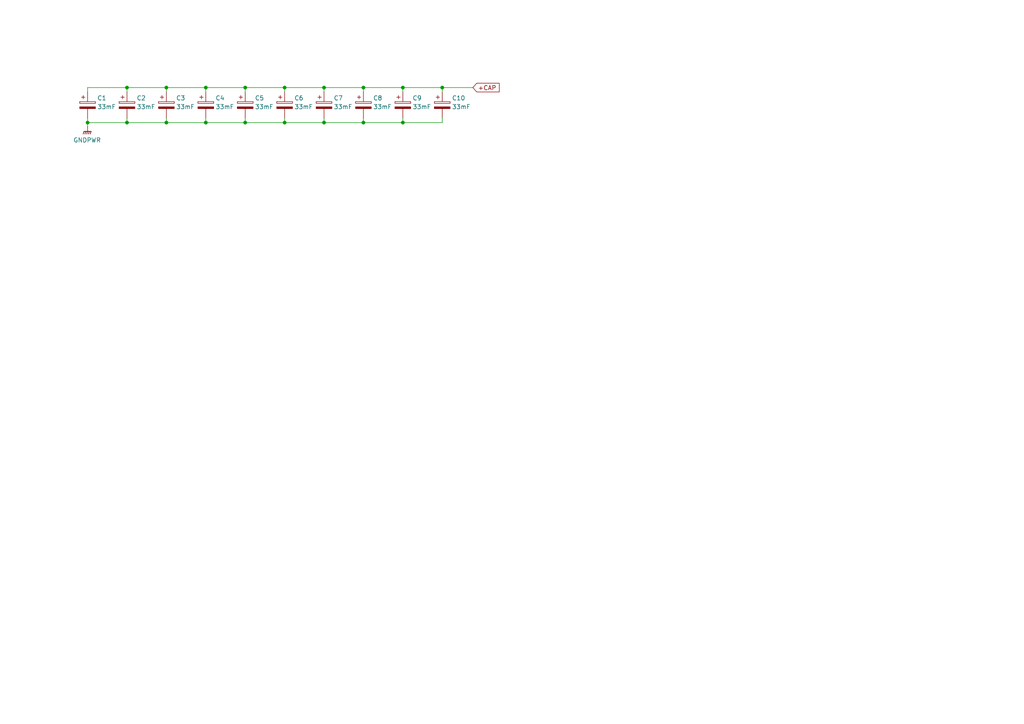
<source format=kicad_sch>
(kicad_sch (version 20231120) (generator "eeschema") (generator_version "8.0")
  (paper "A4")
  (lib_symbols
    (symbol "Device:C_Polarized" (pin_numbers hide) (pin_names (offset 0.254))
      (property "Reference" "C" (at 0.635 2.54 0))
      (property "Value" "C_Polarized" (at 0.635 -2.54 0))
      (symbol "C_Polarized_0_1"
        (rectangle (start -2.286 0.508) (end 2.286 1.016))
        (polyline (pts (xy -1.778 2.286) (xy -0.762 2.286)))
        (polyline (pts (xy -1.27 2.794) (xy -1.27 1.778)))
        (rectangle (start 2.286 -0.508) (end -2.286 -1.016) (fill (type outline)))
      )
      (symbol "C_Polarized_1_1"
        (pin passive line (at 0 3.81 270) (length 2.794) (name "~") (number "1"))
        (pin passive line (at 0 -3.81 90) (length 2.794) (name "~") (number "2"))
      )
    )
    (symbol "power:GNDPWR" (power) (pin_numbers hide) (pin_names (offset 0) hide)
      (property "Value" "GNDPWR" (at 0 -3.302 0))
      (symbol "GNDPWR_0_1"
        (polyline (pts (xy 0 -1.27) (xy 0 0)))
        (polyline (pts (xy -1.016 -1.27) (xy -1.27 -2.032) (xy -1.27 -2.032)) (stroke (width 0.2032)))
        (polyline (pts (xy -0.508 -1.27) (xy -0.762 -2.032) (xy -0.762 -2.032)) (stroke (width 0.2032)))
        (polyline (pts (xy 0 -1.27) (xy -0.254 -2.032) (xy -0.254 -2.032)) (stroke (width 0.2032)))
        (polyline (pts (xy 0.508 -1.27) (xy 0.254 -2.032) (xy 0.254 -2.032)) (stroke (width 0.2032)))
        (polyline (pts (xy 1.016 -1.27) (xy -1.016 -1.27) (xy -1.016 -1.27)) (stroke (width 0.2032)))
        (polyline (pts (xy 1.016 -1.27) (xy 0.762 -2.032) (xy 0.762 -2.032) (xy 0.762 -2.032)) (stroke (width 0.2032)))
      )
      (symbol "GNDPWR_1_1"
        (pin power_in line (at 0 0 270) (length 0) (name "~") (number "1"))
      )
    )
  )
  (junction (at 116.84 35.56))
  (junction (at 36.83 25.4))
  (junction (at 59.69 25.4))
  (junction (at 48.26 35.56))
  (junction (at 36.83 35.56))
  (junction (at 82.55 35.56))
  (junction (at 128.27 25.4))
  (junction (at 71.12 25.4))
  (junction (at 25.4 35.56))
  (junction (at 71.12 35.56))
  (junction (at 105.41 35.56))
  (junction (at 93.98 25.4))
  (junction (at 48.26 25.4))
  (junction (at 82.55 25.4))
  (junction (at 116.84 25.4))
  (junction (at 59.69 35.56))
  (junction (at 93.98 35.56))
  (junction (at 105.41 25.4))
  (wire (pts (xy 93.98 25.4) (xy 82.55 25.4)))
  (wire (pts (xy 59.69 34.29) (xy 59.69 35.56)))
  (wire (pts (xy 93.98 35.56) (xy 105.41 35.56)))
  (wire (pts (xy 48.26 25.4) (xy 36.83 25.4)))
  (wire (pts (xy 82.55 25.4) (xy 82.55 26.67)))
  (wire (pts (xy 82.55 34.29) (xy 82.55 35.56)))
  (wire (pts (xy 25.4 35.56) (xy 36.83 35.56)))
  (wire (pts (xy 25.4 34.29) (xy 25.4 35.56)))
  (wire (pts (xy 48.26 35.56) (xy 59.69 35.56)))
  (wire (pts (xy 128.27 26.67) (xy 128.27 25.4)))
  (wire (pts (xy 105.41 35.56) (xy 116.84 35.56)))
  (wire (pts (xy 116.84 35.56) (xy 128.27 35.56)))
  (wire (pts (xy 25.4 25.4) (xy 25.4 26.67)))
  (wire (pts (xy 71.12 25.4) (xy 71.12 26.67)))
  (wire (pts (xy 48.26 25.4) (xy 48.26 26.67)))
  (wire (pts (xy 48.26 34.29) (xy 48.26 35.56)))
  (wire (pts (xy 116.84 34.29) (xy 116.84 35.56)))
  (wire (pts (xy 71.12 34.29) (xy 71.12 35.56)))
  (wire (pts (xy 93.98 34.29) (xy 93.98 35.56)))
  (wire (pts (xy 82.55 35.56) (xy 93.98 35.56)))
  (wire (pts (xy 71.12 25.4) (xy 59.69 25.4)))
  (wire (pts (xy 36.83 25.4) (xy 25.4 25.4)))
  (wire (pts (xy 59.69 25.4) (xy 59.69 26.67)))
  (wire (pts (xy 36.83 35.56) (xy 48.26 35.56)))
  (wire (pts (xy 36.83 25.4) (xy 36.83 26.67)))
  (wire (pts (xy 25.4 36.83) (xy 25.4 35.56)))
  (wire (pts (xy 71.12 35.56) (xy 82.55 35.56)))
  (wire (pts (xy 93.98 25.4) (xy 93.98 26.67)))
  (wire (pts (xy 36.83 34.29) (xy 36.83 35.56)))
  (wire (pts (xy 59.69 25.4) (xy 48.26 25.4)))
  (wire (pts (xy 105.41 25.4) (xy 93.98 25.4)))
  (wire (pts (xy 59.69 35.56) (xy 71.12 35.56)))
  (wire (pts (xy 105.41 34.29) (xy 105.41 35.56)))
  (wire (pts (xy 82.55 25.4) (xy 71.12 25.4)))
  (wire (pts (xy 128.27 25.4) (xy 137.16 25.4)))
  (wire (pts (xy 105.41 25.4) (xy 105.41 26.67)))
  (wire (pts (xy 116.84 25.4) (xy 105.41 25.4)))
  (wire (pts (xy 128.27 35.56) (xy 128.27 34.29)))
  (wire (pts (xy 116.84 25.4) (xy 116.84 26.67)))
  (wire (pts (xy 116.84 25.4) (xy 128.27 25.4)))
  (global_label "+CAP" (shape input) (at 137.16 25.4 0) (property "Intersheetrefs" "${INTERSHEET_REFS}" (effects (hide yes))))
  (symbol (lib_id "Device:C_Polarized") (at 116.84 30.48 0) (unit 1)
    (property "Reference" "C9" (at 119.634 28.448 0) (effects (justify left)))
    (property "Value" "33mF" (at 119.634 30.988 0) (effects (justify left)))
    (property "Description" "Polarized capacitor" (effects (hide yes)))
  )
  (symbol (lib_id "Device:C_Polarized") (at 105.41 30.48 0) (unit 1)
    (property "Reference" "C8" (at 108.204 28.448 0) (effects (justify left)))
    (property "Value" "33mF" (at 108.204 30.988 0) (effects (justify left)))
    (property "Description" "Polarized capacitor" (effects (hide yes)))
  )
  (symbol (lib_id "Device:C_Polarized") (at 82.55 30.48 0) (unit 1)
    (property "Reference" "C6" (at 85.344 28.448 0) (effects (justify left)))
    (property "Value" "33mF" (at 85.344 30.988 0) (effects (justify left)))
    (property "Description" "Polarized capacitor" (effects (hide yes)))
  )
  (symbol (lib_id "power:GNDPWR") (at 25.4 36.83 0) (unit 1)
    (property "Reference" "#PWR01" (effects (hide yes)))
    (property "Value" "GNDPWR" (at 25.273 40.64 0))
    (property "Description" "Power symbol creates a global label with name \"GNDPWR\" , global ground" (effects (hide yes)))
  )
  (symbol (lib_id "Device:C_Polarized") (at 59.69 30.48 0) (unit 1)
    (property "Reference" "C4" (at 62.484 28.448 0) (effects (justify left)))
    (property "Value" "33mF" (at 62.484 30.988 0) (effects (justify left)))
    (property "Description" "Polarized capacitor" (effects (hide yes)))
  )
  (symbol (lib_id "Device:C_Polarized") (at 71.12 30.48 0) (unit 1)
    (property "Reference" "C5" (at 73.914 28.448 0) (effects (justify left)))
    (property "Value" "33mF" (at 73.914 30.988 0) (effects (justify left)))
    (property "Description" "Polarized capacitor" (effects (hide yes)))
  )
  (symbol (lib_id "Device:C_Polarized") (at 25.4 30.48 0) (unit 1)
    (property "Reference" "C1" (at 28.194 28.448 0) (effects (justify left)))
    (property "Value" "33mF" (at 28.194 30.988 0) (effects (justify left)))
    (property "Description" "Polarized capacitor" (effects (hide yes)))
  )
  (symbol (lib_id "Device:C_Polarized") (at 48.26 30.48 0) (unit 1)
    (property "Reference" "C3" (at 51.054 28.448 0) (effects (justify left)))
    (property "Value" "33mF" (at 51.054 30.988 0) (effects (justify left)))
    (property "Description" "Polarized capacitor" (effects (hide yes)))
  )
  (symbol (lib_id "Device:C_Polarized") (at 128.27 30.48 0) (unit 1)
    (property "Reference" "C10" (at 131.064 28.448 0) (effects (justify left)))
    (property "Value" "33mF" (at 131.064 30.988 0) (effects (justify left)))
    (property "Description" "Polarized capacitor" (effects (hide yes)))
  )
  (symbol (lib_id "Device:C_Polarized") (at 93.98 30.48 0) (unit 1)
    (property "Reference" "C7" (at 96.774 28.448 0) (effects (justify left)))
    (property "Value" "33mF" (at 96.774 30.988 0) (effects (justify left)))
    (property "Description" "Polarized capacitor" (effects (hide yes)))
  )
  (symbol (lib_id "Device:C_Polarized") (at 36.83 30.48 0) (unit 1)
    (property "Reference" "C2" (at 39.624 28.448 0) (effects (justify left)))
    (property "Value" "33mF" (at 39.624 30.988 0) (effects (justify left)))
    (property "Description" "Polarized capacitor" (effects (hide yes)))
  )
)
</source>
